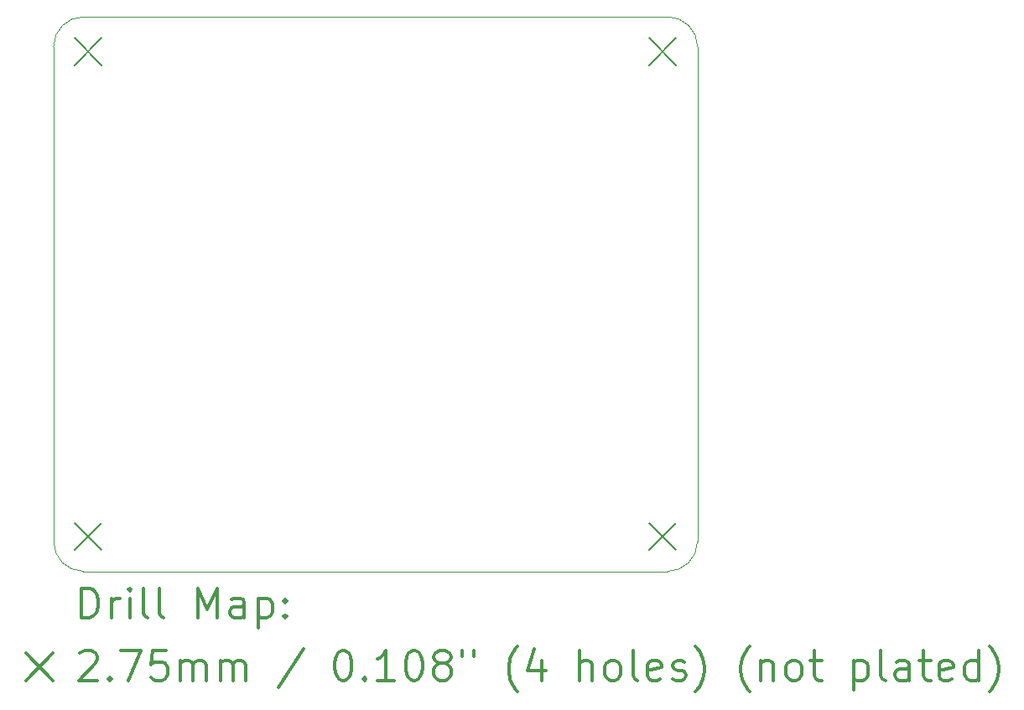
<source format=gbr>
%FSLAX45Y45*%
G04 Gerber Fmt 4.5, Leading zero omitted, Abs format (unit mm)*
G04 Created by KiCad (PCBNEW (5.0.2)-1) date 4/29/2019 5:38:56 PM*
%MOMM*%
%LPD*%
G01*
G04 APERTURE LIST*
%ADD10C,0.100000*%
%ADD11C,0.200000*%
%ADD12C,0.300000*%
G04 APERTURE END LIST*
D10*
X7854636Y-6381761D02*
X7854636Y-11381761D01*
X7854636Y-6381761D02*
G75*
G02X8154636Y-6081761I300000J0D01*
G01*
X14054636Y-6081761D02*
X8154636Y-6081761D01*
X14054636Y-6081761D02*
G75*
G02X14354636Y-6381761I0J-300000D01*
G01*
X14354636Y-11381761D02*
X14354636Y-6381761D01*
X8154636Y-11681761D02*
G75*
G02X7854636Y-11381761I0J300000D01*
G01*
X8154636Y-11681761D02*
X14054636Y-11681761D01*
X14354635Y-11382285D02*
G75*
G02X14054636Y-11681761I-300000J524D01*
G01*
D11*
X13865500Y-11193500D02*
X14140500Y-11468500D01*
X14140500Y-11193500D02*
X13865500Y-11468500D01*
X8066500Y-11194500D02*
X8341500Y-11469500D01*
X8341500Y-11194500D02*
X8066500Y-11469500D01*
X13866500Y-6295500D02*
X14141500Y-6570500D01*
X14141500Y-6295500D02*
X13866500Y-6570500D01*
X8066500Y-6293500D02*
X8341500Y-6568500D01*
X8341500Y-6293500D02*
X8066500Y-6568500D01*
D12*
X8136064Y-12152475D02*
X8136064Y-11852475D01*
X8207493Y-11852475D01*
X8250350Y-11866761D01*
X8278921Y-11895333D01*
X8293207Y-11923904D01*
X8307493Y-11981047D01*
X8307493Y-12023904D01*
X8293207Y-12081047D01*
X8278921Y-12109618D01*
X8250350Y-12138190D01*
X8207493Y-12152475D01*
X8136064Y-12152475D01*
X8436064Y-12152475D02*
X8436064Y-11952475D01*
X8436064Y-12009618D02*
X8450350Y-11981047D01*
X8464636Y-11966761D01*
X8493207Y-11952475D01*
X8521778Y-11952475D01*
X8621778Y-12152475D02*
X8621778Y-11952475D01*
X8621778Y-11852475D02*
X8607493Y-11866761D01*
X8621778Y-11881047D01*
X8636064Y-11866761D01*
X8621778Y-11852475D01*
X8621778Y-11881047D01*
X8807493Y-12152475D02*
X8778921Y-12138190D01*
X8764636Y-12109618D01*
X8764636Y-11852475D01*
X8964636Y-12152475D02*
X8936064Y-12138190D01*
X8921778Y-12109618D01*
X8921778Y-11852475D01*
X9307493Y-12152475D02*
X9307493Y-11852475D01*
X9407493Y-12066761D01*
X9507493Y-11852475D01*
X9507493Y-12152475D01*
X9778921Y-12152475D02*
X9778921Y-11995333D01*
X9764636Y-11966761D01*
X9736064Y-11952475D01*
X9678921Y-11952475D01*
X9650350Y-11966761D01*
X9778921Y-12138190D02*
X9750350Y-12152475D01*
X9678921Y-12152475D01*
X9650350Y-12138190D01*
X9636064Y-12109618D01*
X9636064Y-12081047D01*
X9650350Y-12052475D01*
X9678921Y-12038190D01*
X9750350Y-12038190D01*
X9778921Y-12023904D01*
X9921778Y-11952475D02*
X9921778Y-12252475D01*
X9921778Y-11966761D02*
X9950350Y-11952475D01*
X10007493Y-11952475D01*
X10036064Y-11966761D01*
X10050350Y-11981047D01*
X10064636Y-12009618D01*
X10064636Y-12095333D01*
X10050350Y-12123904D01*
X10036064Y-12138190D01*
X10007493Y-12152475D01*
X9950350Y-12152475D01*
X9921778Y-12138190D01*
X10193207Y-12123904D02*
X10207493Y-12138190D01*
X10193207Y-12152475D01*
X10178921Y-12138190D01*
X10193207Y-12123904D01*
X10193207Y-12152475D01*
X10193207Y-11966761D02*
X10207493Y-11981047D01*
X10193207Y-11995333D01*
X10178921Y-11981047D01*
X10193207Y-11966761D01*
X10193207Y-11995333D01*
X7574635Y-12509261D02*
X7849635Y-12784261D01*
X7849635Y-12509261D02*
X7574635Y-12784261D01*
X8121778Y-12511047D02*
X8136064Y-12496761D01*
X8164635Y-12482475D01*
X8236064Y-12482475D01*
X8264635Y-12496761D01*
X8278921Y-12511047D01*
X8293207Y-12539618D01*
X8293207Y-12568190D01*
X8278921Y-12611047D01*
X8107493Y-12782475D01*
X8293207Y-12782475D01*
X8421778Y-12753904D02*
X8436064Y-12768190D01*
X8421778Y-12782475D01*
X8407493Y-12768190D01*
X8421778Y-12753904D01*
X8421778Y-12782475D01*
X8536064Y-12482475D02*
X8736064Y-12482475D01*
X8607493Y-12782475D01*
X8993207Y-12482475D02*
X8850350Y-12482475D01*
X8836064Y-12625333D01*
X8850350Y-12611047D01*
X8878921Y-12596761D01*
X8950350Y-12596761D01*
X8978921Y-12611047D01*
X8993207Y-12625333D01*
X9007493Y-12653904D01*
X9007493Y-12725333D01*
X8993207Y-12753904D01*
X8978921Y-12768190D01*
X8950350Y-12782475D01*
X8878921Y-12782475D01*
X8850350Y-12768190D01*
X8836064Y-12753904D01*
X9136064Y-12782475D02*
X9136064Y-12582475D01*
X9136064Y-12611047D02*
X9150350Y-12596761D01*
X9178921Y-12582475D01*
X9221778Y-12582475D01*
X9250350Y-12596761D01*
X9264636Y-12625333D01*
X9264636Y-12782475D01*
X9264636Y-12625333D02*
X9278921Y-12596761D01*
X9307493Y-12582475D01*
X9350350Y-12582475D01*
X9378921Y-12596761D01*
X9393207Y-12625333D01*
X9393207Y-12782475D01*
X9536064Y-12782475D02*
X9536064Y-12582475D01*
X9536064Y-12611047D02*
X9550350Y-12596761D01*
X9578921Y-12582475D01*
X9621778Y-12582475D01*
X9650350Y-12596761D01*
X9664636Y-12625333D01*
X9664636Y-12782475D01*
X9664636Y-12625333D02*
X9678921Y-12596761D01*
X9707493Y-12582475D01*
X9750350Y-12582475D01*
X9778921Y-12596761D01*
X9793207Y-12625333D01*
X9793207Y-12782475D01*
X10378921Y-12468190D02*
X10121778Y-12853904D01*
X10764636Y-12482475D02*
X10793207Y-12482475D01*
X10821778Y-12496761D01*
X10836064Y-12511047D01*
X10850350Y-12539618D01*
X10864636Y-12596761D01*
X10864636Y-12668190D01*
X10850350Y-12725333D01*
X10836064Y-12753904D01*
X10821778Y-12768190D01*
X10793207Y-12782475D01*
X10764636Y-12782475D01*
X10736064Y-12768190D01*
X10721778Y-12753904D01*
X10707493Y-12725333D01*
X10693207Y-12668190D01*
X10693207Y-12596761D01*
X10707493Y-12539618D01*
X10721778Y-12511047D01*
X10736064Y-12496761D01*
X10764636Y-12482475D01*
X10993207Y-12753904D02*
X11007493Y-12768190D01*
X10993207Y-12782475D01*
X10978921Y-12768190D01*
X10993207Y-12753904D01*
X10993207Y-12782475D01*
X11293207Y-12782475D02*
X11121778Y-12782475D01*
X11207493Y-12782475D02*
X11207493Y-12482475D01*
X11178921Y-12525333D01*
X11150350Y-12553904D01*
X11121778Y-12568190D01*
X11478921Y-12482475D02*
X11507493Y-12482475D01*
X11536064Y-12496761D01*
X11550350Y-12511047D01*
X11564635Y-12539618D01*
X11578921Y-12596761D01*
X11578921Y-12668190D01*
X11564635Y-12725333D01*
X11550350Y-12753904D01*
X11536064Y-12768190D01*
X11507493Y-12782475D01*
X11478921Y-12782475D01*
X11450350Y-12768190D01*
X11436064Y-12753904D01*
X11421778Y-12725333D01*
X11407493Y-12668190D01*
X11407493Y-12596761D01*
X11421778Y-12539618D01*
X11436064Y-12511047D01*
X11450350Y-12496761D01*
X11478921Y-12482475D01*
X11750350Y-12611047D02*
X11721778Y-12596761D01*
X11707493Y-12582475D01*
X11693207Y-12553904D01*
X11693207Y-12539618D01*
X11707493Y-12511047D01*
X11721778Y-12496761D01*
X11750350Y-12482475D01*
X11807493Y-12482475D01*
X11836064Y-12496761D01*
X11850350Y-12511047D01*
X11864635Y-12539618D01*
X11864635Y-12553904D01*
X11850350Y-12582475D01*
X11836064Y-12596761D01*
X11807493Y-12611047D01*
X11750350Y-12611047D01*
X11721778Y-12625333D01*
X11707493Y-12639618D01*
X11693207Y-12668190D01*
X11693207Y-12725333D01*
X11707493Y-12753904D01*
X11721778Y-12768190D01*
X11750350Y-12782475D01*
X11807493Y-12782475D01*
X11836064Y-12768190D01*
X11850350Y-12753904D01*
X11864635Y-12725333D01*
X11864635Y-12668190D01*
X11850350Y-12639618D01*
X11836064Y-12625333D01*
X11807493Y-12611047D01*
X11978921Y-12482475D02*
X11978921Y-12539618D01*
X12093207Y-12482475D02*
X12093207Y-12539618D01*
X12536064Y-12896761D02*
X12521778Y-12882475D01*
X12493207Y-12839618D01*
X12478921Y-12811047D01*
X12464635Y-12768190D01*
X12450350Y-12696761D01*
X12450350Y-12639618D01*
X12464635Y-12568190D01*
X12478921Y-12525333D01*
X12493207Y-12496761D01*
X12521778Y-12453904D01*
X12536064Y-12439618D01*
X12778921Y-12582475D02*
X12778921Y-12782475D01*
X12707493Y-12468190D02*
X12636064Y-12682475D01*
X12821778Y-12682475D01*
X13164635Y-12782475D02*
X13164635Y-12482475D01*
X13293207Y-12782475D02*
X13293207Y-12625333D01*
X13278921Y-12596761D01*
X13250350Y-12582475D01*
X13207493Y-12582475D01*
X13178921Y-12596761D01*
X13164635Y-12611047D01*
X13478921Y-12782475D02*
X13450350Y-12768190D01*
X13436064Y-12753904D01*
X13421778Y-12725333D01*
X13421778Y-12639618D01*
X13436064Y-12611047D01*
X13450350Y-12596761D01*
X13478921Y-12582475D01*
X13521778Y-12582475D01*
X13550350Y-12596761D01*
X13564635Y-12611047D01*
X13578921Y-12639618D01*
X13578921Y-12725333D01*
X13564635Y-12753904D01*
X13550350Y-12768190D01*
X13521778Y-12782475D01*
X13478921Y-12782475D01*
X13750350Y-12782475D02*
X13721778Y-12768190D01*
X13707493Y-12739618D01*
X13707493Y-12482475D01*
X13978921Y-12768190D02*
X13950350Y-12782475D01*
X13893207Y-12782475D01*
X13864635Y-12768190D01*
X13850350Y-12739618D01*
X13850350Y-12625333D01*
X13864635Y-12596761D01*
X13893207Y-12582475D01*
X13950350Y-12582475D01*
X13978921Y-12596761D01*
X13993207Y-12625333D01*
X13993207Y-12653904D01*
X13850350Y-12682475D01*
X14107493Y-12768190D02*
X14136064Y-12782475D01*
X14193207Y-12782475D01*
X14221778Y-12768190D01*
X14236064Y-12739618D01*
X14236064Y-12725333D01*
X14221778Y-12696761D01*
X14193207Y-12682475D01*
X14150350Y-12682475D01*
X14121778Y-12668190D01*
X14107493Y-12639618D01*
X14107493Y-12625333D01*
X14121778Y-12596761D01*
X14150350Y-12582475D01*
X14193207Y-12582475D01*
X14221778Y-12596761D01*
X14336064Y-12896761D02*
X14350350Y-12882475D01*
X14378921Y-12839618D01*
X14393207Y-12811047D01*
X14407493Y-12768190D01*
X14421778Y-12696761D01*
X14421778Y-12639618D01*
X14407493Y-12568190D01*
X14393207Y-12525333D01*
X14378921Y-12496761D01*
X14350350Y-12453904D01*
X14336064Y-12439618D01*
X14878921Y-12896761D02*
X14864635Y-12882475D01*
X14836064Y-12839618D01*
X14821778Y-12811047D01*
X14807493Y-12768190D01*
X14793207Y-12696761D01*
X14793207Y-12639618D01*
X14807493Y-12568190D01*
X14821778Y-12525333D01*
X14836064Y-12496761D01*
X14864635Y-12453904D01*
X14878921Y-12439618D01*
X14993207Y-12582475D02*
X14993207Y-12782475D01*
X14993207Y-12611047D02*
X15007493Y-12596761D01*
X15036064Y-12582475D01*
X15078921Y-12582475D01*
X15107493Y-12596761D01*
X15121778Y-12625333D01*
X15121778Y-12782475D01*
X15307493Y-12782475D02*
X15278921Y-12768190D01*
X15264635Y-12753904D01*
X15250350Y-12725333D01*
X15250350Y-12639618D01*
X15264635Y-12611047D01*
X15278921Y-12596761D01*
X15307493Y-12582475D01*
X15350350Y-12582475D01*
X15378921Y-12596761D01*
X15393207Y-12611047D01*
X15407493Y-12639618D01*
X15407493Y-12725333D01*
X15393207Y-12753904D01*
X15378921Y-12768190D01*
X15350350Y-12782475D01*
X15307493Y-12782475D01*
X15493207Y-12582475D02*
X15607493Y-12582475D01*
X15536064Y-12482475D02*
X15536064Y-12739618D01*
X15550350Y-12768190D01*
X15578921Y-12782475D01*
X15607493Y-12782475D01*
X15936064Y-12582475D02*
X15936064Y-12882475D01*
X15936064Y-12596761D02*
X15964635Y-12582475D01*
X16021778Y-12582475D01*
X16050350Y-12596761D01*
X16064635Y-12611047D01*
X16078921Y-12639618D01*
X16078921Y-12725333D01*
X16064635Y-12753904D01*
X16050350Y-12768190D01*
X16021778Y-12782475D01*
X15964635Y-12782475D01*
X15936064Y-12768190D01*
X16250350Y-12782475D02*
X16221778Y-12768190D01*
X16207493Y-12739618D01*
X16207493Y-12482475D01*
X16493207Y-12782475D02*
X16493207Y-12625333D01*
X16478921Y-12596761D01*
X16450350Y-12582475D01*
X16393207Y-12582475D01*
X16364635Y-12596761D01*
X16493207Y-12768190D02*
X16464635Y-12782475D01*
X16393207Y-12782475D01*
X16364635Y-12768190D01*
X16350350Y-12739618D01*
X16350350Y-12711047D01*
X16364635Y-12682475D01*
X16393207Y-12668190D01*
X16464635Y-12668190D01*
X16493207Y-12653904D01*
X16593207Y-12582475D02*
X16707493Y-12582475D01*
X16636064Y-12482475D02*
X16636064Y-12739618D01*
X16650350Y-12768190D01*
X16678921Y-12782475D01*
X16707493Y-12782475D01*
X16921778Y-12768190D02*
X16893207Y-12782475D01*
X16836064Y-12782475D01*
X16807493Y-12768190D01*
X16793207Y-12739618D01*
X16793207Y-12625333D01*
X16807493Y-12596761D01*
X16836064Y-12582475D01*
X16893207Y-12582475D01*
X16921778Y-12596761D01*
X16936064Y-12625333D01*
X16936064Y-12653904D01*
X16793207Y-12682475D01*
X17193207Y-12782475D02*
X17193207Y-12482475D01*
X17193207Y-12768190D02*
X17164636Y-12782475D01*
X17107493Y-12782475D01*
X17078921Y-12768190D01*
X17064636Y-12753904D01*
X17050350Y-12725333D01*
X17050350Y-12639618D01*
X17064636Y-12611047D01*
X17078921Y-12596761D01*
X17107493Y-12582475D01*
X17164636Y-12582475D01*
X17193207Y-12596761D01*
X17307493Y-12896761D02*
X17321778Y-12882475D01*
X17350350Y-12839618D01*
X17364636Y-12811047D01*
X17378921Y-12768190D01*
X17393207Y-12696761D01*
X17393207Y-12639618D01*
X17378921Y-12568190D01*
X17364636Y-12525333D01*
X17350350Y-12496761D01*
X17321778Y-12453904D01*
X17307493Y-12439618D01*
M02*

</source>
